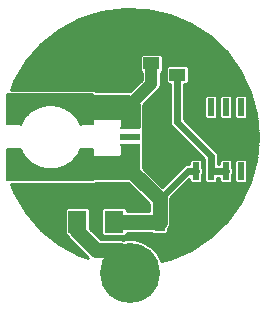
<source format=gtl>
G75*
%MOIN*%
%OFA0B0*%
%FSLAX25Y25*%
%IPPOS*%
%LPD*%
%AMOC8*
5,1,8,0,0,1.08239X$1,22.5*
%
%ADD10C,0.00500*%
%ADD11C,0.00160*%
%ADD12R,0.05000X0.05000*%
%ADD13R,0.06693X0.01969*%
%ADD14R,0.06693X0.00984*%
%ADD15R,0.05512X0.03937*%
%ADD16R,0.03543X0.06299*%
%ADD17R,0.02165X0.05906*%
%ADD18R,0.06299X0.07480*%
%ADD19C,0.15000*%
%ADD20C,0.20000*%
%ADD21C,0.01000*%
%ADD22C,0.04000*%
%ADD23C,0.05000*%
%ADD24C,0.02400*%
D10*
X0086981Y0044630D02*
X0086981Y0054866D01*
X0091509Y0054866D01*
X0091871Y0053609D01*
X0092426Y0052424D01*
X0093159Y0051340D01*
X0094053Y0050384D01*
X0095085Y0049580D01*
X0096230Y0048947D01*
X0097460Y0048501D01*
X0098745Y0048253D01*
X0100053Y0048209D01*
X0101351Y0048370D01*
X0102657Y0048162D01*
X0103980Y0048170D01*
X0105283Y0048396D01*
X0106532Y0048832D01*
X0107692Y0049467D01*
X0108732Y0050284D01*
X0109624Y0051261D01*
X0110344Y0052371D01*
X0110872Y0053583D01*
X0111194Y0054866D01*
X0115721Y0054866D01*
X0115721Y0044630D01*
X0086981Y0044630D01*
X0086981Y0044870D02*
X0115721Y0044870D01*
X0115721Y0045369D02*
X0086981Y0045369D01*
X0086981Y0045868D02*
X0115721Y0045868D01*
X0115721Y0046366D02*
X0086981Y0046366D01*
X0086981Y0046865D02*
X0115721Y0046865D01*
X0115721Y0047363D02*
X0086981Y0047363D01*
X0086981Y0047862D02*
X0115721Y0047862D01*
X0115721Y0048360D02*
X0105076Y0048360D01*
X0106580Y0048859D02*
X0115721Y0048859D01*
X0115721Y0049357D02*
X0107490Y0049357D01*
X0108186Y0049856D02*
X0115721Y0049856D01*
X0115721Y0050354D02*
X0108796Y0050354D01*
X0109251Y0050853D02*
X0115721Y0050853D01*
X0115721Y0051351D02*
X0109683Y0051351D01*
X0110006Y0051850D02*
X0115721Y0051850D01*
X0115721Y0052348D02*
X0110329Y0052348D01*
X0110551Y0052847D02*
X0115721Y0052847D01*
X0115721Y0053345D02*
X0110768Y0053345D01*
X0110937Y0053844D02*
X0115721Y0053844D01*
X0115721Y0054342D02*
X0111062Y0054342D01*
X0111188Y0054841D02*
X0115721Y0054841D01*
X0115721Y0063134D02*
X0111194Y0063134D01*
X0110832Y0064391D01*
X0110277Y0065576D01*
X0109544Y0066660D01*
X0108650Y0067616D01*
X0107618Y0068420D01*
X0106473Y0069053D01*
X0105243Y0069499D01*
X0103958Y0069747D01*
X0102650Y0069791D01*
X0101351Y0069630D01*
X0100045Y0069838D01*
X0098723Y0069830D01*
X0097419Y0069604D01*
X0096171Y0069168D01*
X0095011Y0068533D01*
X0093971Y0067716D01*
X0093078Y0066739D01*
X0092359Y0065629D01*
X0091831Y0064417D01*
X0091509Y0063134D01*
X0086981Y0063134D01*
X0086981Y0073370D01*
X0115721Y0073370D01*
X0115721Y0063134D01*
X0115721Y0063315D02*
X0111142Y0063315D01*
X0110998Y0063814D02*
X0115721Y0063814D01*
X0115721Y0064312D02*
X0110854Y0064312D01*
X0110635Y0064811D02*
X0115721Y0064811D01*
X0115721Y0065309D02*
X0110402Y0065309D01*
X0110120Y0065808D02*
X0115721Y0065808D01*
X0115721Y0066306D02*
X0109783Y0066306D01*
X0109409Y0066805D02*
X0115721Y0066805D01*
X0115721Y0067303D02*
X0108942Y0067303D01*
X0108412Y0067802D02*
X0115721Y0067802D01*
X0115721Y0068301D02*
X0107772Y0068301D01*
X0106933Y0068799D02*
X0115721Y0068799D01*
X0115721Y0069298D02*
X0105799Y0069298D01*
X0100310Y0069796D02*
X0115721Y0069796D01*
X0115721Y0070295D02*
X0086981Y0070295D01*
X0086981Y0070793D02*
X0115721Y0070793D01*
X0115721Y0071292D02*
X0086981Y0071292D01*
X0086981Y0071790D02*
X0115721Y0071790D01*
X0115721Y0072289D02*
X0086981Y0072289D01*
X0086981Y0072787D02*
X0115721Y0072787D01*
X0115721Y0073286D02*
X0086981Y0073286D01*
X0086981Y0069796D02*
X0098529Y0069796D01*
X0096542Y0069298D02*
X0086981Y0069298D01*
X0086981Y0068799D02*
X0095497Y0068799D01*
X0094715Y0068301D02*
X0086981Y0068301D01*
X0086981Y0067802D02*
X0094081Y0067802D01*
X0093594Y0067303D02*
X0086981Y0067303D01*
X0086981Y0066805D02*
X0093139Y0066805D01*
X0092798Y0066306D02*
X0086981Y0066306D01*
X0086981Y0065808D02*
X0092475Y0065808D01*
X0092219Y0065309D02*
X0086981Y0065309D01*
X0086981Y0064811D02*
X0092002Y0064811D01*
X0091805Y0064312D02*
X0086981Y0064312D01*
X0086981Y0063814D02*
X0091680Y0063814D01*
X0091554Y0063315D02*
X0086981Y0063315D01*
X0086981Y0054841D02*
X0091516Y0054841D01*
X0091660Y0054342D02*
X0086981Y0054342D01*
X0086981Y0053844D02*
X0091803Y0053844D01*
X0091995Y0053345D02*
X0086981Y0053345D01*
X0086981Y0052847D02*
X0092228Y0052847D01*
X0092477Y0052348D02*
X0086981Y0052348D01*
X0086981Y0051850D02*
X0092814Y0051850D01*
X0093151Y0051351D02*
X0086981Y0051351D01*
X0086981Y0050853D02*
X0093614Y0050853D01*
X0094091Y0050354D02*
X0086981Y0050354D01*
X0086981Y0049856D02*
X0094731Y0049856D01*
X0095488Y0049357D02*
X0086981Y0049357D01*
X0086981Y0048859D02*
X0096473Y0048859D01*
X0098190Y0048360D02*
X0086981Y0048360D01*
X0101271Y0048360D02*
X0101414Y0048360D01*
D11*
X0112455Y0063643D02*
X0111128Y0063085D01*
X0111023Y0063323D01*
X0110911Y0063558D01*
X0110795Y0063790D01*
X0110672Y0064019D01*
X0110544Y0064245D01*
X0110410Y0064468D01*
X0110271Y0064688D01*
X0110127Y0064904D01*
X0109977Y0065117D01*
X0109823Y0065326D01*
X0109663Y0065531D01*
X0109498Y0065732D01*
X0109329Y0065929D01*
X0109155Y0066122D01*
X0108976Y0066310D01*
X0108792Y0066494D01*
X0108604Y0066674D01*
X0108412Y0066849D01*
X0108215Y0067019D01*
X0108015Y0067184D01*
X0107810Y0067345D01*
X0107602Y0067500D01*
X0107390Y0067650D01*
X0107174Y0067796D01*
X0106955Y0067935D01*
X0106733Y0068070D01*
X0106507Y0068198D01*
X0106278Y0068322D01*
X0106046Y0068440D01*
X0105812Y0068552D01*
X0105575Y0068658D01*
X0105335Y0068758D01*
X0105093Y0068853D01*
X0104848Y0068942D01*
X0104602Y0069024D01*
X0104354Y0069101D01*
X0104103Y0069171D01*
X0103852Y0069236D01*
X0103598Y0069294D01*
X0103344Y0069346D01*
X0103088Y0069392D01*
X0102831Y0069432D01*
X0102573Y0069465D01*
X0102314Y0069492D01*
X0102055Y0069513D01*
X0101796Y0069527D01*
X0101536Y0069535D01*
X0101276Y0069537D01*
X0101016Y0069532D01*
X0100757Y0069521D01*
X0100497Y0069504D01*
X0100238Y0069480D01*
X0099980Y0069450D01*
X0099723Y0069414D01*
X0099466Y0069372D01*
X0099211Y0069323D01*
X0098957Y0069268D01*
X0098704Y0069207D01*
X0098453Y0069140D01*
X0098204Y0069066D01*
X0097956Y0068987D01*
X0097711Y0068901D01*
X0097468Y0068810D01*
X0097226Y0068713D01*
X0096988Y0068610D01*
X0096752Y0068501D01*
X0096519Y0068386D01*
X0096288Y0068266D01*
X0096061Y0068140D01*
X0095837Y0068008D01*
X0095616Y0067872D01*
X0095398Y0067729D01*
X0095184Y0067582D01*
X0094974Y0067429D01*
X0094767Y0067272D01*
X0094564Y0067109D01*
X0094366Y0066941D01*
X0094171Y0066769D01*
X0093981Y0066592D01*
X0093795Y0066410D01*
X0093613Y0066224D01*
X0093437Y0066033D01*
X0093264Y0065839D01*
X0093097Y0065640D01*
X0092935Y0065437D01*
X0092777Y0065230D01*
X0092625Y0065019D01*
X0092478Y0064805D01*
X0092336Y0064587D01*
X0092200Y0064366D01*
X0092068Y0064142D01*
X0091943Y0063914D01*
X0091823Y0063683D01*
X0091709Y0063450D01*
X0091600Y0063214D01*
X0091497Y0062975D01*
X0090164Y0063518D01*
X0090280Y0063790D01*
X0090403Y0064058D01*
X0090533Y0064323D01*
X0090669Y0064585D01*
X0090811Y0064844D01*
X0090960Y0065099D01*
X0091115Y0065351D01*
X0091276Y0065598D01*
X0091443Y0065842D01*
X0091616Y0066081D01*
X0091794Y0066316D01*
X0091979Y0066547D01*
X0092169Y0066773D01*
X0092364Y0066994D01*
X0092565Y0067211D01*
X0092771Y0067422D01*
X0092982Y0067629D01*
X0093198Y0067830D01*
X0093419Y0068026D01*
X0093644Y0068217D01*
X0093874Y0068402D01*
X0094109Y0068581D01*
X0094348Y0068754D01*
X0094591Y0068922D01*
X0094838Y0069084D01*
X0095089Y0069239D01*
X0095344Y0069389D01*
X0095602Y0069532D01*
X0095864Y0069669D01*
X0096129Y0069799D01*
X0096397Y0069923D01*
X0096668Y0070040D01*
X0096942Y0070151D01*
X0097218Y0070255D01*
X0097497Y0070352D01*
X0097778Y0070442D01*
X0098061Y0070525D01*
X0098346Y0070602D01*
X0098633Y0070671D01*
X0098922Y0070734D01*
X0099212Y0070789D01*
X0099503Y0070837D01*
X0099796Y0070879D01*
X0100089Y0070913D01*
X0100383Y0070939D01*
X0100678Y0070959D01*
X0100973Y0070972D01*
X0101268Y0070977D01*
X0101563Y0070975D01*
X0101858Y0070966D01*
X0102153Y0070949D01*
X0102448Y0070926D01*
X0102741Y0070895D01*
X0103034Y0070857D01*
X0103326Y0070812D01*
X0103617Y0070760D01*
X0103906Y0070701D01*
X0104194Y0070635D01*
X0104480Y0070561D01*
X0104764Y0070481D01*
X0105046Y0070394D01*
X0105326Y0070300D01*
X0105603Y0070199D01*
X0105878Y0070092D01*
X0106151Y0069978D01*
X0106420Y0069857D01*
X0106687Y0069729D01*
X0106950Y0069596D01*
X0107210Y0069455D01*
X0107466Y0069309D01*
X0107719Y0069156D01*
X0107968Y0068997D01*
X0108213Y0068832D01*
X0108453Y0068662D01*
X0108690Y0068485D01*
X0108922Y0068303D01*
X0109150Y0068115D01*
X0109373Y0067921D01*
X0109591Y0067722D01*
X0109805Y0067518D01*
X0110013Y0067309D01*
X0110216Y0067095D01*
X0110414Y0066875D01*
X0110606Y0066651D01*
X0110793Y0066423D01*
X0110975Y0066190D01*
X0111150Y0065952D01*
X0111320Y0065711D01*
X0111484Y0065465D01*
X0111641Y0065215D01*
X0111793Y0064962D01*
X0111938Y0064705D01*
X0112077Y0064444D01*
X0112210Y0064181D01*
X0112336Y0063914D01*
X0112456Y0063644D01*
X0112316Y0063585D01*
X0112198Y0063852D01*
X0112074Y0064115D01*
X0111943Y0064376D01*
X0111805Y0064633D01*
X0111662Y0064887D01*
X0111512Y0065137D01*
X0111357Y0065384D01*
X0111195Y0065626D01*
X0111027Y0065865D01*
X0110854Y0066099D01*
X0110675Y0066329D01*
X0110490Y0066555D01*
X0110300Y0066776D01*
X0110105Y0066993D01*
X0109904Y0067204D01*
X0109699Y0067411D01*
X0109488Y0067612D01*
X0109272Y0067809D01*
X0109052Y0068000D01*
X0108827Y0068185D01*
X0108598Y0068365D01*
X0108364Y0068540D01*
X0108126Y0068708D01*
X0107884Y0068871D01*
X0107639Y0069028D01*
X0107389Y0069179D01*
X0107136Y0069324D01*
X0106879Y0069462D01*
X0106619Y0069594D01*
X0106356Y0069720D01*
X0106090Y0069839D01*
X0105821Y0069952D01*
X0105550Y0070058D01*
X0105276Y0070158D01*
X0104999Y0070250D01*
X0104721Y0070336D01*
X0104440Y0070416D01*
X0104158Y0070488D01*
X0103874Y0070553D01*
X0103588Y0070612D01*
X0103301Y0070663D01*
X0103013Y0070708D01*
X0102724Y0070745D01*
X0102434Y0070775D01*
X0102143Y0070799D01*
X0101852Y0070815D01*
X0101560Y0070824D01*
X0101269Y0070826D01*
X0100977Y0070821D01*
X0100686Y0070808D01*
X0100395Y0070789D01*
X0100105Y0070762D01*
X0099815Y0070729D01*
X0099526Y0070688D01*
X0099239Y0070640D01*
X0098952Y0070586D01*
X0098667Y0070524D01*
X0098384Y0070456D01*
X0098102Y0070380D01*
X0097823Y0070298D01*
X0097545Y0070209D01*
X0097270Y0070113D01*
X0096997Y0070010D01*
X0096726Y0069901D01*
X0096459Y0069785D01*
X0096194Y0069663D01*
X0095933Y0069534D01*
X0095674Y0069399D01*
X0095419Y0069258D01*
X0095168Y0069110D01*
X0094920Y0068957D01*
X0094676Y0068797D01*
X0094436Y0068632D01*
X0094200Y0068460D01*
X0093968Y0068283D01*
X0093741Y0068101D01*
X0093518Y0067912D01*
X0093300Y0067719D01*
X0093087Y0067520D01*
X0092878Y0067316D01*
X0092675Y0067107D01*
X0092477Y0066894D01*
X0092284Y0066675D01*
X0092096Y0066452D01*
X0091914Y0066224D01*
X0091738Y0065992D01*
X0091567Y0065755D01*
X0091402Y0065515D01*
X0091243Y0065271D01*
X0091090Y0065022D01*
X0090943Y0064770D01*
X0090803Y0064515D01*
X0090668Y0064256D01*
X0090540Y0063994D01*
X0090419Y0063729D01*
X0090303Y0063461D01*
X0090443Y0063404D01*
X0090557Y0063669D01*
X0090677Y0063931D01*
X0090803Y0064189D01*
X0090936Y0064445D01*
X0091075Y0064697D01*
X0091220Y0064945D01*
X0091371Y0065190D01*
X0091528Y0065432D01*
X0091691Y0065669D01*
X0091859Y0065903D01*
X0092034Y0066132D01*
X0092213Y0066357D01*
X0092399Y0066577D01*
X0092589Y0066793D01*
X0092785Y0067004D01*
X0092986Y0067210D01*
X0093191Y0067411D01*
X0093402Y0067608D01*
X0093617Y0067799D01*
X0093837Y0067984D01*
X0094062Y0068165D01*
X0094290Y0068339D01*
X0094523Y0068509D01*
X0094760Y0068672D01*
X0095001Y0068830D01*
X0095246Y0068981D01*
X0095494Y0069127D01*
X0095746Y0069266D01*
X0096001Y0069400D01*
X0096259Y0069527D01*
X0096521Y0069647D01*
X0096785Y0069762D01*
X0097052Y0069869D01*
X0097321Y0069971D01*
X0097593Y0070065D01*
X0097867Y0070153D01*
X0098143Y0070235D01*
X0098422Y0070309D01*
X0098701Y0070377D01*
X0098983Y0070438D01*
X0099265Y0070492D01*
X0099549Y0070539D01*
X0099834Y0070579D01*
X0100120Y0070612D01*
X0100407Y0070638D01*
X0100694Y0070658D01*
X0100982Y0070670D01*
X0101270Y0070675D01*
X0101558Y0070673D01*
X0101845Y0070664D01*
X0102133Y0070648D01*
X0102420Y0070625D01*
X0102706Y0070595D01*
X0102991Y0070558D01*
X0103276Y0070514D01*
X0103559Y0070464D01*
X0103841Y0070406D01*
X0104122Y0070341D01*
X0104401Y0070270D01*
X0104678Y0070192D01*
X0104953Y0070107D01*
X0105226Y0070015D01*
X0105496Y0069917D01*
X0105764Y0069812D01*
X0106030Y0069701D01*
X0106293Y0069583D01*
X0106552Y0069459D01*
X0106809Y0069328D01*
X0107062Y0069192D01*
X0107312Y0069049D01*
X0107559Y0068900D01*
X0107801Y0068745D01*
X0108040Y0068585D01*
X0108275Y0068418D01*
X0108506Y0068246D01*
X0108732Y0068068D01*
X0108954Y0067885D01*
X0109172Y0067696D01*
X0109384Y0067502D01*
X0109592Y0067303D01*
X0109795Y0067099D01*
X0109994Y0066891D01*
X0110186Y0066677D01*
X0110374Y0066459D01*
X0110556Y0066236D01*
X0110733Y0066009D01*
X0110904Y0065777D01*
X0111070Y0065542D01*
X0111229Y0065302D01*
X0111383Y0065059D01*
X0111531Y0064812D01*
X0111673Y0064561D01*
X0111808Y0064307D01*
X0111938Y0064050D01*
X0112061Y0063790D01*
X0112177Y0063527D01*
X0112038Y0063468D01*
X0111923Y0063728D01*
X0111801Y0063985D01*
X0111674Y0064239D01*
X0111540Y0064489D01*
X0111400Y0064737D01*
X0111254Y0064980D01*
X0111102Y0065221D01*
X0110945Y0065457D01*
X0110781Y0065690D01*
X0110612Y0065918D01*
X0110438Y0066142D01*
X0110258Y0066362D01*
X0110073Y0066578D01*
X0109882Y0066789D01*
X0109687Y0066995D01*
X0109486Y0067196D01*
X0109281Y0067392D01*
X0109071Y0067584D01*
X0108856Y0067770D01*
X0108637Y0067951D01*
X0108413Y0068126D01*
X0108186Y0068296D01*
X0107954Y0068461D01*
X0107718Y0068619D01*
X0107478Y0068772D01*
X0107235Y0068919D01*
X0106989Y0069060D01*
X0106738Y0069195D01*
X0106485Y0069324D01*
X0106229Y0069446D01*
X0105969Y0069562D01*
X0105707Y0069672D01*
X0105443Y0069776D01*
X0105176Y0069873D01*
X0104906Y0069963D01*
X0104635Y0070047D01*
X0104361Y0070124D01*
X0104086Y0070195D01*
X0103809Y0070258D01*
X0103531Y0070315D01*
X0103251Y0070365D01*
X0102970Y0070409D01*
X0102688Y0070445D01*
X0102406Y0070475D01*
X0102122Y0070497D01*
X0101839Y0070513D01*
X0101555Y0070522D01*
X0101271Y0070524D01*
X0100986Y0070519D01*
X0100703Y0070507D01*
X0100419Y0070488D01*
X0100136Y0070462D01*
X0099854Y0070429D01*
X0099572Y0070390D01*
X0099292Y0070343D01*
X0099013Y0070290D01*
X0098735Y0070230D01*
X0098459Y0070163D01*
X0098185Y0070089D01*
X0097912Y0070009D01*
X0097641Y0069922D01*
X0097373Y0069829D01*
X0097107Y0069729D01*
X0096844Y0069622D01*
X0096583Y0069510D01*
X0096325Y0069391D01*
X0096070Y0069265D01*
X0095818Y0069134D01*
X0095569Y0068996D01*
X0095324Y0068852D01*
X0095083Y0068702D01*
X0094845Y0068547D01*
X0094611Y0068386D01*
X0094381Y0068219D01*
X0094155Y0068046D01*
X0093934Y0067868D01*
X0093717Y0067685D01*
X0093504Y0067496D01*
X0093296Y0067303D01*
X0093093Y0067104D01*
X0092895Y0066900D01*
X0092701Y0066692D01*
X0092513Y0066479D01*
X0092331Y0066261D01*
X0092153Y0066040D01*
X0091981Y0065813D01*
X0091815Y0065583D01*
X0091654Y0065349D01*
X0091499Y0065110D01*
X0091350Y0064869D01*
X0091207Y0064623D01*
X0091070Y0064374D01*
X0090939Y0064122D01*
X0090814Y0063867D01*
X0090695Y0063609D01*
X0090583Y0063347D01*
X0090723Y0063290D01*
X0090834Y0063548D01*
X0090951Y0063803D01*
X0091074Y0064055D01*
X0091203Y0064304D01*
X0091339Y0064549D01*
X0091480Y0064792D01*
X0091627Y0065030D01*
X0091780Y0065265D01*
X0091939Y0065497D01*
X0092103Y0065724D01*
X0092273Y0065947D01*
X0092448Y0066166D01*
X0092628Y0066381D01*
X0092814Y0066591D01*
X0093005Y0066797D01*
X0093200Y0066998D01*
X0093401Y0067194D01*
X0093606Y0067385D01*
X0093816Y0067571D01*
X0094030Y0067752D01*
X0094249Y0067928D01*
X0094472Y0068098D01*
X0094699Y0068263D01*
X0094930Y0068422D01*
X0095164Y0068575D01*
X0095403Y0068723D01*
X0095645Y0068865D01*
X0095890Y0069001D01*
X0096139Y0069131D01*
X0096390Y0069254D01*
X0096645Y0069372D01*
X0096902Y0069483D01*
X0097162Y0069588D01*
X0097425Y0069687D01*
X0097690Y0069779D01*
X0097957Y0069865D01*
X0098226Y0069944D01*
X0098497Y0070017D01*
X0098769Y0070083D01*
X0099043Y0070142D01*
X0099319Y0070195D01*
X0099595Y0070240D01*
X0099873Y0070280D01*
X0100152Y0070312D01*
X0100431Y0070337D01*
X0100711Y0070356D01*
X0100991Y0070368D01*
X0101271Y0070373D01*
X0101552Y0070371D01*
X0101832Y0070362D01*
X0102112Y0070347D01*
X0102392Y0070324D01*
X0102671Y0070295D01*
X0102949Y0070259D01*
X0103226Y0070217D01*
X0103502Y0070167D01*
X0103777Y0070111D01*
X0104050Y0070048D01*
X0104322Y0069978D01*
X0104592Y0069902D01*
X0104860Y0069819D01*
X0105126Y0069730D01*
X0105389Y0069635D01*
X0105650Y0069532D01*
X0105909Y0069424D01*
X0106165Y0069309D01*
X0106418Y0069188D01*
X0106668Y0069061D01*
X0106915Y0068928D01*
X0107158Y0068789D01*
X0107398Y0068644D01*
X0107635Y0068493D01*
X0107868Y0068337D01*
X0108096Y0068174D01*
X0108321Y0068007D01*
X0108542Y0067834D01*
X0108758Y0067655D01*
X0108970Y0067471D01*
X0109177Y0067283D01*
X0109380Y0067089D01*
X0109578Y0066890D01*
X0109771Y0066687D01*
X0109959Y0066478D01*
X0110142Y0066266D01*
X0110319Y0066049D01*
X0110492Y0065827D01*
X0110658Y0065602D01*
X0110820Y0065372D01*
X0110975Y0065139D01*
X0111125Y0064902D01*
X0111269Y0064661D01*
X0111407Y0064417D01*
X0111539Y0064170D01*
X0111665Y0063919D01*
X0111785Y0063666D01*
X0111899Y0063409D01*
X0111760Y0063351D01*
X0111647Y0063604D01*
X0111529Y0063854D01*
X0111405Y0064101D01*
X0111274Y0064345D01*
X0111138Y0064586D01*
X0110996Y0064824D01*
X0110848Y0065058D01*
X0110694Y0065288D01*
X0110535Y0065514D01*
X0110371Y0065737D01*
X0110201Y0065955D01*
X0110025Y0066169D01*
X0109845Y0066379D01*
X0109660Y0066585D01*
X0109469Y0066785D01*
X0109274Y0066981D01*
X0109074Y0067173D01*
X0108869Y0067359D01*
X0108660Y0067540D01*
X0108447Y0067716D01*
X0108229Y0067887D01*
X0108007Y0068053D01*
X0107781Y0068213D01*
X0107552Y0068367D01*
X0107318Y0068516D01*
X0107081Y0068659D01*
X0106841Y0068796D01*
X0106598Y0068928D01*
X0106351Y0069053D01*
X0106101Y0069172D01*
X0105849Y0069286D01*
X0105593Y0069393D01*
X0105336Y0069493D01*
X0105076Y0069588D01*
X0104813Y0069676D01*
X0104549Y0069757D01*
X0104282Y0069833D01*
X0104014Y0069901D01*
X0103745Y0069963D01*
X0103473Y0070019D01*
X0103201Y0070068D01*
X0102928Y0070110D01*
X0102653Y0070145D01*
X0102378Y0070174D01*
X0102102Y0070196D01*
X0101826Y0070211D01*
X0101549Y0070220D01*
X0101272Y0070222D01*
X0100996Y0070217D01*
X0100719Y0070205D01*
X0100443Y0070187D01*
X0100167Y0070162D01*
X0099892Y0070130D01*
X0099618Y0070091D01*
X0099345Y0070046D01*
X0099074Y0069994D01*
X0098803Y0069936D01*
X0098534Y0069870D01*
X0098267Y0069799D01*
X0098001Y0069721D01*
X0097738Y0069636D01*
X0097476Y0069545D01*
X0097217Y0069448D01*
X0096961Y0069344D01*
X0096707Y0069234D01*
X0096456Y0069118D01*
X0096207Y0068996D01*
X0095962Y0068868D01*
X0095720Y0068734D01*
X0095481Y0068594D01*
X0095246Y0068448D01*
X0095014Y0068297D01*
X0094786Y0068140D01*
X0094562Y0067977D01*
X0094342Y0067809D01*
X0094127Y0067636D01*
X0093915Y0067457D01*
X0093708Y0067274D01*
X0093506Y0067085D01*
X0093308Y0066892D01*
X0093115Y0066693D01*
X0092926Y0066491D01*
X0092743Y0066283D01*
X0092565Y0066071D01*
X0092392Y0065855D01*
X0092225Y0065635D01*
X0092063Y0065410D01*
X0091906Y0065182D01*
X0091755Y0064950D01*
X0091610Y0064715D01*
X0091470Y0064476D01*
X0091337Y0064233D01*
X0091209Y0063988D01*
X0091088Y0063739D01*
X0090972Y0063488D01*
X0090863Y0063234D01*
X0091003Y0063177D01*
X0091111Y0063427D01*
X0091225Y0063675D01*
X0091345Y0063921D01*
X0091470Y0064163D01*
X0091602Y0064402D01*
X0091740Y0064638D01*
X0091883Y0064870D01*
X0092032Y0065099D01*
X0092187Y0065324D01*
X0092347Y0065546D01*
X0092512Y0065763D01*
X0092682Y0065976D01*
X0092858Y0066185D01*
X0093039Y0066390D01*
X0093225Y0066590D01*
X0093415Y0066786D01*
X0093610Y0066976D01*
X0093810Y0067162D01*
X0094014Y0067344D01*
X0094223Y0067520D01*
X0094436Y0067691D01*
X0094653Y0067856D01*
X0094874Y0068017D01*
X0095099Y0068172D01*
X0095327Y0068321D01*
X0095559Y0068465D01*
X0095795Y0068603D01*
X0096034Y0068735D01*
X0096276Y0068862D01*
X0096521Y0068982D01*
X0096769Y0069097D01*
X0097019Y0069205D01*
X0097273Y0069307D01*
X0097528Y0069403D01*
X0097786Y0069493D01*
X0098046Y0069576D01*
X0098308Y0069654D01*
X0098572Y0069724D01*
X0098837Y0069788D01*
X0099104Y0069846D01*
X0099372Y0069897D01*
X0099641Y0069942D01*
X0099912Y0069980D01*
X0100183Y0070011D01*
X0100455Y0070036D01*
X0100727Y0070054D01*
X0101000Y0070066D01*
X0101273Y0070071D01*
X0101546Y0070069D01*
X0101819Y0070061D01*
X0102092Y0070045D01*
X0102364Y0070024D01*
X0102635Y0069995D01*
X0102906Y0069960D01*
X0103176Y0069919D01*
X0103445Y0069871D01*
X0103712Y0069816D01*
X0103978Y0069755D01*
X0104243Y0069687D01*
X0104506Y0069613D01*
X0104767Y0069532D01*
X0105025Y0069445D01*
X0105282Y0069352D01*
X0105536Y0069253D01*
X0105788Y0069147D01*
X0106037Y0069036D01*
X0106284Y0068918D01*
X0106527Y0068794D01*
X0106767Y0068665D01*
X0107005Y0068529D01*
X0107238Y0068388D01*
X0107468Y0068241D01*
X0107695Y0068089D01*
X0107918Y0067931D01*
X0108137Y0067768D01*
X0108351Y0067599D01*
X0108562Y0067425D01*
X0108768Y0067247D01*
X0108970Y0067063D01*
X0109168Y0066874D01*
X0109360Y0066681D01*
X0109548Y0066482D01*
X0109731Y0066280D01*
X0109909Y0066073D01*
X0110082Y0065862D01*
X0110250Y0065646D01*
X0110412Y0065427D01*
X0110569Y0065203D01*
X0110721Y0064976D01*
X0110867Y0064745D01*
X0111007Y0064511D01*
X0111142Y0064273D01*
X0111270Y0064033D01*
X0111393Y0063789D01*
X0111510Y0063542D01*
X0111620Y0063292D01*
X0111481Y0063234D01*
X0111372Y0063480D01*
X0111257Y0063723D01*
X0111136Y0063964D01*
X0111009Y0064202D01*
X0110876Y0064436D01*
X0110738Y0064667D01*
X0110594Y0064895D01*
X0110444Y0065119D01*
X0110289Y0065339D01*
X0110129Y0065556D01*
X0109964Y0065768D01*
X0109793Y0065976D01*
X0109617Y0066181D01*
X0109437Y0066380D01*
X0109252Y0066576D01*
X0109061Y0066767D01*
X0108867Y0066953D01*
X0108668Y0067134D01*
X0108464Y0067310D01*
X0108256Y0067482D01*
X0108044Y0067648D01*
X0107828Y0067809D01*
X0107609Y0067965D01*
X0107385Y0068115D01*
X0107158Y0068260D01*
X0106928Y0068399D01*
X0106694Y0068533D01*
X0106457Y0068661D01*
X0106217Y0068783D01*
X0105974Y0068899D01*
X0105728Y0069009D01*
X0105479Y0069113D01*
X0105229Y0069211D01*
X0104975Y0069303D01*
X0104720Y0069389D01*
X0104463Y0069468D01*
X0104203Y0069541D01*
X0103943Y0069608D01*
X0103680Y0069668D01*
X0103416Y0069722D01*
X0103151Y0069770D01*
X0102885Y0069811D01*
X0102618Y0069845D01*
X0102350Y0069873D01*
X0102081Y0069895D01*
X0101813Y0069910D01*
X0101543Y0069918D01*
X0101274Y0069920D01*
X0101005Y0069915D01*
X0100736Y0069904D01*
X0100467Y0069886D01*
X0100199Y0069861D01*
X0099931Y0069830D01*
X0099664Y0069793D01*
X0099399Y0069749D01*
X0099134Y0069698D01*
X0098871Y0069641D01*
X0098609Y0069578D01*
X0098349Y0069508D01*
X0098091Y0069432D01*
X0097834Y0069350D01*
X0097580Y0069261D01*
X0097328Y0069167D01*
X0097078Y0069066D01*
X0096831Y0068959D01*
X0096586Y0068846D01*
X0096344Y0068727D01*
X0096106Y0068602D01*
X0095870Y0068472D01*
X0095638Y0068336D01*
X0095409Y0068194D01*
X0095183Y0068047D01*
X0094962Y0067894D01*
X0094744Y0067736D01*
X0094530Y0067572D01*
X0094320Y0067404D01*
X0094114Y0067230D01*
X0093912Y0067051D01*
X0093715Y0066868D01*
X0093522Y0066679D01*
X0093335Y0066486D01*
X0093151Y0066289D01*
X0092973Y0066087D01*
X0092800Y0065881D01*
X0092631Y0065671D01*
X0092468Y0065456D01*
X0092311Y0065238D01*
X0092158Y0065016D01*
X0092011Y0064790D01*
X0091870Y0064561D01*
X0091734Y0064328D01*
X0091604Y0064093D01*
X0091480Y0063854D01*
X0091361Y0063612D01*
X0091249Y0063367D01*
X0091142Y0063120D01*
X0091282Y0063063D01*
X0091387Y0063307D01*
X0091498Y0063548D01*
X0091615Y0063786D01*
X0091738Y0064022D01*
X0091866Y0064255D01*
X0092000Y0064484D01*
X0092139Y0064710D01*
X0092284Y0064933D01*
X0092435Y0065152D01*
X0092590Y0065367D01*
X0092751Y0065578D01*
X0092917Y0065786D01*
X0093088Y0065989D01*
X0093264Y0066188D01*
X0093444Y0066383D01*
X0093630Y0066573D01*
X0093820Y0066759D01*
X0094014Y0066940D01*
X0094213Y0067116D01*
X0094416Y0067287D01*
X0094623Y0067454D01*
X0094834Y0067615D01*
X0095049Y0067771D01*
X0095268Y0067922D01*
X0095490Y0068067D01*
X0095716Y0068207D01*
X0095945Y0068341D01*
X0096178Y0068470D01*
X0096413Y0068593D01*
X0096652Y0068710D01*
X0096893Y0068821D01*
X0097136Y0068927D01*
X0097383Y0069026D01*
X0097631Y0069119D01*
X0097882Y0069207D01*
X0098135Y0069288D01*
X0098390Y0069363D01*
X0098647Y0069432D01*
X0098905Y0069494D01*
X0099164Y0069550D01*
X0099425Y0069600D01*
X0099687Y0069643D01*
X0099950Y0069680D01*
X0100214Y0069711D01*
X0100479Y0069735D01*
X0100744Y0069753D01*
X0101009Y0069764D01*
X0101275Y0069769D01*
X0101540Y0069767D01*
X0101806Y0069759D01*
X0102071Y0069744D01*
X0102336Y0069723D01*
X0102600Y0069695D01*
X0102864Y0069661D01*
X0103126Y0069621D01*
X0103388Y0069574D01*
X0103648Y0069521D01*
X0103907Y0069461D01*
X0104164Y0069395D01*
X0104420Y0069323D01*
X0104673Y0069245D01*
X0104925Y0069160D01*
X0105175Y0069070D01*
X0105422Y0068973D01*
X0105667Y0068870D01*
X0105910Y0068762D01*
X0106149Y0068647D01*
X0106386Y0068527D01*
X0106620Y0068401D01*
X0106851Y0068269D01*
X0107078Y0068132D01*
X0107302Y0067989D01*
X0107522Y0067841D01*
X0107739Y0067687D01*
X0107952Y0067529D01*
X0108161Y0067365D01*
X0108366Y0067196D01*
X0108567Y0067022D01*
X0108763Y0066843D01*
X0108955Y0066659D01*
X0109143Y0066471D01*
X0109326Y0066278D01*
X0109504Y0066081D01*
X0109677Y0065880D01*
X0109845Y0065674D01*
X0110008Y0065465D01*
X0110166Y0065251D01*
X0110319Y0065034D01*
X0110467Y0064813D01*
X0110609Y0064589D01*
X0110745Y0064361D01*
X0110876Y0064130D01*
X0111001Y0063895D01*
X0111121Y0063658D01*
X0111234Y0063418D01*
X0111342Y0063175D01*
X0111203Y0063117D01*
X0111097Y0063356D01*
X0110985Y0063593D01*
X0110867Y0063827D01*
X0110743Y0064058D01*
X0110614Y0064286D01*
X0110480Y0064510D01*
X0110339Y0064732D01*
X0110194Y0064950D01*
X0110043Y0065164D01*
X0109888Y0065374D01*
X0109727Y0065581D01*
X0109561Y0065784D01*
X0109390Y0065982D01*
X0109214Y0066176D01*
X0109034Y0066366D01*
X0108849Y0066552D01*
X0108660Y0066733D01*
X0108466Y0066909D01*
X0108268Y0067081D01*
X0108066Y0067247D01*
X0107860Y0067409D01*
X0107650Y0067566D01*
X0107436Y0067717D01*
X0107219Y0067863D01*
X0106998Y0068004D01*
X0106774Y0068139D01*
X0106546Y0068269D01*
X0106316Y0068393D01*
X0106082Y0068512D01*
X0105846Y0068625D01*
X0105607Y0068732D01*
X0105365Y0068833D01*
X0105121Y0068929D01*
X0104875Y0069018D01*
X0104627Y0069101D01*
X0104377Y0069179D01*
X0104125Y0069250D01*
X0103871Y0069315D01*
X0103616Y0069373D01*
X0103359Y0069426D01*
X0103101Y0069472D01*
X0102842Y0069512D01*
X0102582Y0069545D01*
X0102322Y0069573D01*
X0102061Y0069594D01*
X0101799Y0069608D01*
X0101538Y0069616D01*
X0101276Y0069618D01*
X0101014Y0069613D01*
X0100752Y0069602D01*
X0100491Y0069585D01*
X0100230Y0069561D01*
X0099970Y0069531D01*
X0099710Y0069494D01*
X0099452Y0069451D01*
X0099195Y0069402D01*
X0098939Y0069347D01*
X0098684Y0069285D01*
X0098431Y0069218D01*
X0098180Y0069144D01*
X0097930Y0069064D01*
X0097683Y0068978D01*
X0097438Y0068885D01*
X0097195Y0068787D01*
X0096955Y0068683D01*
X0096717Y0068574D01*
X0096482Y0068458D01*
X0096250Y0068337D01*
X0096020Y0068210D01*
X0095795Y0068078D01*
X0095572Y0067940D01*
X0095353Y0067796D01*
X0095137Y0067648D01*
X0094925Y0067494D01*
X0094717Y0067335D01*
X0094512Y0067171D01*
X0094312Y0067002D01*
X0094116Y0066829D01*
X0093925Y0066650D01*
X0093737Y0066467D01*
X0093554Y0066279D01*
X0093376Y0066087D01*
X0093203Y0065891D01*
X0093034Y0065691D01*
X0092871Y0065486D01*
X0092712Y0065278D01*
X0092559Y0065066D01*
X0092410Y0064850D01*
X0092267Y0064630D01*
X0092130Y0064407D01*
X0091998Y0064181D01*
X0091871Y0063952D01*
X0091750Y0063719D01*
X0091635Y0063484D01*
X0091526Y0063246D01*
X0091422Y0063006D01*
X0090247Y0054357D02*
X0091574Y0054915D01*
X0091679Y0054677D01*
X0091791Y0054442D01*
X0091907Y0054210D01*
X0092030Y0053981D01*
X0092158Y0053755D01*
X0092292Y0053532D01*
X0092431Y0053312D01*
X0092575Y0053096D01*
X0092725Y0052883D01*
X0092879Y0052674D01*
X0093039Y0052469D01*
X0093204Y0052268D01*
X0093373Y0052071D01*
X0093547Y0051878D01*
X0093726Y0051690D01*
X0093910Y0051506D01*
X0094098Y0051326D01*
X0094290Y0051151D01*
X0094487Y0050981D01*
X0094687Y0050816D01*
X0094892Y0050655D01*
X0095100Y0050500D01*
X0095312Y0050350D01*
X0095528Y0050204D01*
X0095747Y0050065D01*
X0095969Y0049930D01*
X0096195Y0049802D01*
X0096424Y0049678D01*
X0096656Y0049560D01*
X0096890Y0049448D01*
X0097127Y0049342D01*
X0097367Y0049242D01*
X0097609Y0049147D01*
X0097854Y0049058D01*
X0098100Y0048976D01*
X0098348Y0048899D01*
X0098599Y0048829D01*
X0098850Y0048764D01*
X0099104Y0048706D01*
X0099358Y0048654D01*
X0099614Y0048608D01*
X0099871Y0048568D01*
X0100129Y0048535D01*
X0100388Y0048508D01*
X0100647Y0048487D01*
X0100906Y0048473D01*
X0101166Y0048465D01*
X0101426Y0048463D01*
X0101686Y0048468D01*
X0101945Y0048479D01*
X0102205Y0048496D01*
X0102464Y0048520D01*
X0102722Y0048550D01*
X0102979Y0048586D01*
X0103236Y0048628D01*
X0103491Y0048677D01*
X0103745Y0048732D01*
X0103998Y0048793D01*
X0104249Y0048860D01*
X0104498Y0048934D01*
X0104746Y0049013D01*
X0104991Y0049099D01*
X0105234Y0049190D01*
X0105476Y0049287D01*
X0105714Y0049390D01*
X0105950Y0049499D01*
X0106183Y0049614D01*
X0106414Y0049734D01*
X0106641Y0049860D01*
X0106865Y0049992D01*
X0107086Y0050128D01*
X0107304Y0050271D01*
X0107518Y0050418D01*
X0107728Y0050571D01*
X0107935Y0050728D01*
X0108138Y0050891D01*
X0108336Y0051059D01*
X0108531Y0051231D01*
X0108721Y0051408D01*
X0108907Y0051590D01*
X0109089Y0051776D01*
X0109265Y0051967D01*
X0109438Y0052161D01*
X0109605Y0052360D01*
X0109767Y0052563D01*
X0109925Y0052770D01*
X0110077Y0052981D01*
X0110224Y0053195D01*
X0110366Y0053413D01*
X0110502Y0053634D01*
X0110634Y0053858D01*
X0110759Y0054086D01*
X0110879Y0054317D01*
X0110993Y0054550D01*
X0111102Y0054786D01*
X0111205Y0055025D01*
X0112538Y0054482D01*
X0112422Y0054210D01*
X0112299Y0053942D01*
X0112169Y0053677D01*
X0112033Y0053415D01*
X0111891Y0053156D01*
X0111742Y0052901D01*
X0111587Y0052649D01*
X0111426Y0052402D01*
X0111259Y0052158D01*
X0111086Y0051919D01*
X0110908Y0051684D01*
X0110723Y0051453D01*
X0110533Y0051227D01*
X0110338Y0051006D01*
X0110137Y0050789D01*
X0109931Y0050578D01*
X0109720Y0050371D01*
X0109504Y0050170D01*
X0109283Y0049974D01*
X0109058Y0049783D01*
X0108828Y0049598D01*
X0108593Y0049419D01*
X0108354Y0049246D01*
X0108111Y0049078D01*
X0107864Y0048916D01*
X0107613Y0048761D01*
X0107358Y0048611D01*
X0107100Y0048468D01*
X0106838Y0048331D01*
X0106573Y0048201D01*
X0106305Y0048077D01*
X0106034Y0047960D01*
X0105760Y0047849D01*
X0105484Y0047745D01*
X0105205Y0047648D01*
X0104924Y0047558D01*
X0104641Y0047475D01*
X0104356Y0047398D01*
X0104069Y0047329D01*
X0103780Y0047266D01*
X0103490Y0047211D01*
X0103199Y0047163D01*
X0102906Y0047121D01*
X0102613Y0047087D01*
X0102319Y0047061D01*
X0102024Y0047041D01*
X0101729Y0047028D01*
X0101434Y0047023D01*
X0101139Y0047025D01*
X0100844Y0047034D01*
X0100549Y0047051D01*
X0100254Y0047074D01*
X0099961Y0047105D01*
X0099668Y0047143D01*
X0099376Y0047188D01*
X0099085Y0047240D01*
X0098796Y0047299D01*
X0098508Y0047365D01*
X0098222Y0047439D01*
X0097938Y0047519D01*
X0097656Y0047606D01*
X0097376Y0047700D01*
X0097099Y0047801D01*
X0096824Y0047908D01*
X0096551Y0048022D01*
X0096282Y0048143D01*
X0096015Y0048271D01*
X0095752Y0048404D01*
X0095492Y0048545D01*
X0095236Y0048691D01*
X0094983Y0048844D01*
X0094734Y0049003D01*
X0094489Y0049168D01*
X0094249Y0049338D01*
X0094012Y0049515D01*
X0093780Y0049697D01*
X0093552Y0049885D01*
X0093329Y0050079D01*
X0093111Y0050278D01*
X0092897Y0050482D01*
X0092689Y0050691D01*
X0092486Y0050905D01*
X0092288Y0051125D01*
X0092096Y0051349D01*
X0091909Y0051577D01*
X0091727Y0051810D01*
X0091552Y0052048D01*
X0091382Y0052289D01*
X0091218Y0052535D01*
X0091061Y0052785D01*
X0090909Y0053038D01*
X0090764Y0053295D01*
X0090625Y0053556D01*
X0090492Y0053819D01*
X0090366Y0054086D01*
X0090246Y0054356D01*
X0090386Y0054415D01*
X0090504Y0054148D01*
X0090628Y0053885D01*
X0090759Y0053624D01*
X0090897Y0053367D01*
X0091040Y0053113D01*
X0091190Y0052863D01*
X0091345Y0052616D01*
X0091507Y0052374D01*
X0091675Y0052135D01*
X0091848Y0051901D01*
X0092027Y0051671D01*
X0092212Y0051445D01*
X0092402Y0051224D01*
X0092597Y0051007D01*
X0092798Y0050796D01*
X0093003Y0050589D01*
X0093214Y0050388D01*
X0093430Y0050191D01*
X0093650Y0050000D01*
X0093875Y0049815D01*
X0094104Y0049635D01*
X0094338Y0049460D01*
X0094576Y0049292D01*
X0094818Y0049129D01*
X0095063Y0048972D01*
X0095313Y0048821D01*
X0095566Y0048676D01*
X0095823Y0048538D01*
X0096083Y0048406D01*
X0096346Y0048280D01*
X0096612Y0048161D01*
X0096881Y0048048D01*
X0097152Y0047942D01*
X0097426Y0047842D01*
X0097703Y0047750D01*
X0097981Y0047664D01*
X0098262Y0047584D01*
X0098544Y0047512D01*
X0098828Y0047447D01*
X0099114Y0047388D01*
X0099401Y0047337D01*
X0099689Y0047292D01*
X0099978Y0047255D01*
X0100268Y0047225D01*
X0100559Y0047201D01*
X0100850Y0047185D01*
X0101142Y0047176D01*
X0101433Y0047174D01*
X0101725Y0047179D01*
X0102016Y0047192D01*
X0102307Y0047211D01*
X0102597Y0047238D01*
X0102887Y0047271D01*
X0103176Y0047312D01*
X0103463Y0047360D01*
X0103750Y0047414D01*
X0104035Y0047476D01*
X0104318Y0047544D01*
X0104600Y0047620D01*
X0104879Y0047702D01*
X0105157Y0047791D01*
X0105432Y0047887D01*
X0105705Y0047990D01*
X0105976Y0048099D01*
X0106243Y0048215D01*
X0106508Y0048337D01*
X0106769Y0048466D01*
X0107028Y0048601D01*
X0107283Y0048742D01*
X0107534Y0048890D01*
X0107782Y0049043D01*
X0108026Y0049203D01*
X0108266Y0049368D01*
X0108502Y0049540D01*
X0108734Y0049717D01*
X0108961Y0049899D01*
X0109184Y0050088D01*
X0109402Y0050281D01*
X0109615Y0050480D01*
X0109824Y0050684D01*
X0110027Y0050893D01*
X0110225Y0051106D01*
X0110418Y0051325D01*
X0110606Y0051548D01*
X0110788Y0051776D01*
X0110964Y0052008D01*
X0111135Y0052245D01*
X0111300Y0052485D01*
X0111459Y0052729D01*
X0111612Y0052978D01*
X0111759Y0053230D01*
X0111899Y0053485D01*
X0112034Y0053744D01*
X0112162Y0054006D01*
X0112283Y0054271D01*
X0112399Y0054539D01*
X0112259Y0054596D01*
X0112145Y0054331D01*
X0112025Y0054069D01*
X0111899Y0053811D01*
X0111766Y0053555D01*
X0111627Y0053303D01*
X0111482Y0053055D01*
X0111331Y0052810D01*
X0111174Y0052568D01*
X0111011Y0052331D01*
X0110843Y0052097D01*
X0110668Y0051868D01*
X0110489Y0051643D01*
X0110303Y0051423D01*
X0110113Y0051207D01*
X0109917Y0050996D01*
X0109716Y0050790D01*
X0109511Y0050589D01*
X0109300Y0050392D01*
X0109085Y0050201D01*
X0108865Y0050016D01*
X0108640Y0049835D01*
X0108412Y0049661D01*
X0108179Y0049491D01*
X0107942Y0049328D01*
X0107701Y0049170D01*
X0107456Y0049019D01*
X0107208Y0048873D01*
X0106956Y0048734D01*
X0106701Y0048600D01*
X0106443Y0048473D01*
X0106181Y0048353D01*
X0105917Y0048238D01*
X0105650Y0048131D01*
X0105381Y0048029D01*
X0105109Y0047935D01*
X0104835Y0047847D01*
X0104559Y0047765D01*
X0104280Y0047691D01*
X0104001Y0047623D01*
X0103719Y0047562D01*
X0103437Y0047508D01*
X0103153Y0047461D01*
X0102868Y0047421D01*
X0102582Y0047388D01*
X0102295Y0047362D01*
X0102008Y0047342D01*
X0101720Y0047330D01*
X0101432Y0047325D01*
X0101144Y0047327D01*
X0100857Y0047336D01*
X0100569Y0047352D01*
X0100282Y0047375D01*
X0099996Y0047405D01*
X0099711Y0047442D01*
X0099426Y0047486D01*
X0099143Y0047536D01*
X0098861Y0047594D01*
X0098580Y0047659D01*
X0098301Y0047730D01*
X0098024Y0047808D01*
X0097749Y0047893D01*
X0097476Y0047985D01*
X0097206Y0048083D01*
X0096938Y0048188D01*
X0096672Y0048299D01*
X0096409Y0048417D01*
X0096150Y0048541D01*
X0095893Y0048672D01*
X0095640Y0048808D01*
X0095390Y0048951D01*
X0095143Y0049100D01*
X0094901Y0049255D01*
X0094662Y0049415D01*
X0094427Y0049582D01*
X0094196Y0049754D01*
X0093970Y0049932D01*
X0093748Y0050115D01*
X0093530Y0050304D01*
X0093318Y0050498D01*
X0093110Y0050697D01*
X0092907Y0050901D01*
X0092708Y0051109D01*
X0092516Y0051323D01*
X0092328Y0051541D01*
X0092146Y0051764D01*
X0091969Y0051991D01*
X0091798Y0052223D01*
X0091632Y0052458D01*
X0091473Y0052698D01*
X0091319Y0052941D01*
X0091171Y0053188D01*
X0091029Y0053439D01*
X0090894Y0053693D01*
X0090764Y0053950D01*
X0090641Y0054210D01*
X0090525Y0054473D01*
X0090664Y0054532D01*
X0090779Y0054272D01*
X0090901Y0054015D01*
X0091028Y0053761D01*
X0091162Y0053511D01*
X0091302Y0053263D01*
X0091448Y0053020D01*
X0091600Y0052779D01*
X0091757Y0052543D01*
X0091921Y0052310D01*
X0092090Y0052082D01*
X0092264Y0051858D01*
X0092444Y0051638D01*
X0092629Y0051422D01*
X0092820Y0051211D01*
X0093015Y0051005D01*
X0093216Y0050804D01*
X0093421Y0050608D01*
X0093631Y0050416D01*
X0093846Y0050230D01*
X0094065Y0050049D01*
X0094289Y0049874D01*
X0094516Y0049704D01*
X0094748Y0049539D01*
X0094984Y0049381D01*
X0095224Y0049228D01*
X0095467Y0049081D01*
X0095713Y0048940D01*
X0095964Y0048805D01*
X0096217Y0048676D01*
X0096473Y0048554D01*
X0096733Y0048438D01*
X0096995Y0048328D01*
X0097259Y0048224D01*
X0097526Y0048127D01*
X0097796Y0048037D01*
X0098067Y0047953D01*
X0098341Y0047876D01*
X0098616Y0047805D01*
X0098893Y0047742D01*
X0099171Y0047685D01*
X0099451Y0047635D01*
X0099732Y0047591D01*
X0100014Y0047555D01*
X0100296Y0047525D01*
X0100580Y0047503D01*
X0100863Y0047487D01*
X0101147Y0047478D01*
X0101431Y0047476D01*
X0101716Y0047481D01*
X0101999Y0047493D01*
X0102283Y0047512D01*
X0102566Y0047538D01*
X0102848Y0047571D01*
X0103130Y0047610D01*
X0103410Y0047657D01*
X0103689Y0047710D01*
X0103967Y0047770D01*
X0104243Y0047837D01*
X0104517Y0047911D01*
X0104790Y0047991D01*
X0105061Y0048078D01*
X0105329Y0048171D01*
X0105595Y0048271D01*
X0105858Y0048378D01*
X0106119Y0048490D01*
X0106377Y0048609D01*
X0106632Y0048735D01*
X0106884Y0048866D01*
X0107133Y0049004D01*
X0107378Y0049148D01*
X0107619Y0049298D01*
X0107857Y0049453D01*
X0108091Y0049614D01*
X0108321Y0049781D01*
X0108547Y0049954D01*
X0108768Y0050132D01*
X0108985Y0050315D01*
X0109198Y0050504D01*
X0109406Y0050697D01*
X0109609Y0050896D01*
X0109807Y0051100D01*
X0110001Y0051308D01*
X0110189Y0051521D01*
X0110371Y0051739D01*
X0110549Y0051960D01*
X0110721Y0052187D01*
X0110887Y0052417D01*
X0111048Y0052651D01*
X0111203Y0052890D01*
X0111352Y0053131D01*
X0111495Y0053377D01*
X0111632Y0053626D01*
X0111763Y0053878D01*
X0111888Y0054133D01*
X0112007Y0054391D01*
X0112119Y0054653D01*
X0111979Y0054710D01*
X0111868Y0054452D01*
X0111751Y0054197D01*
X0111628Y0053945D01*
X0111499Y0053696D01*
X0111363Y0053451D01*
X0111222Y0053208D01*
X0111075Y0052970D01*
X0110922Y0052735D01*
X0110763Y0052503D01*
X0110599Y0052276D01*
X0110429Y0052053D01*
X0110254Y0051834D01*
X0110074Y0051619D01*
X0109888Y0051409D01*
X0109697Y0051203D01*
X0109502Y0051002D01*
X0109301Y0050806D01*
X0109096Y0050615D01*
X0108886Y0050429D01*
X0108672Y0050248D01*
X0108453Y0050072D01*
X0108230Y0049902D01*
X0108003Y0049737D01*
X0107772Y0049578D01*
X0107538Y0049425D01*
X0107299Y0049277D01*
X0107057Y0049135D01*
X0106812Y0048999D01*
X0106563Y0048869D01*
X0106312Y0048746D01*
X0106057Y0048628D01*
X0105800Y0048517D01*
X0105540Y0048412D01*
X0105277Y0048313D01*
X0105012Y0048221D01*
X0104745Y0048135D01*
X0104476Y0048056D01*
X0104205Y0047983D01*
X0103933Y0047917D01*
X0103659Y0047858D01*
X0103383Y0047805D01*
X0103107Y0047760D01*
X0102829Y0047720D01*
X0102550Y0047688D01*
X0102271Y0047663D01*
X0101991Y0047644D01*
X0101711Y0047632D01*
X0101431Y0047627D01*
X0101150Y0047629D01*
X0100870Y0047638D01*
X0100590Y0047653D01*
X0100310Y0047676D01*
X0100031Y0047705D01*
X0099753Y0047741D01*
X0099476Y0047783D01*
X0099200Y0047833D01*
X0098925Y0047889D01*
X0098652Y0047952D01*
X0098380Y0048022D01*
X0098110Y0048098D01*
X0097842Y0048181D01*
X0097576Y0048270D01*
X0097313Y0048365D01*
X0097052Y0048468D01*
X0096793Y0048576D01*
X0096537Y0048691D01*
X0096284Y0048812D01*
X0096034Y0048939D01*
X0095787Y0049072D01*
X0095544Y0049211D01*
X0095304Y0049356D01*
X0095067Y0049507D01*
X0094834Y0049663D01*
X0094606Y0049826D01*
X0094381Y0049993D01*
X0094160Y0050166D01*
X0093944Y0050345D01*
X0093732Y0050529D01*
X0093525Y0050717D01*
X0093322Y0050911D01*
X0093124Y0051110D01*
X0092931Y0051313D01*
X0092743Y0051522D01*
X0092560Y0051734D01*
X0092383Y0051951D01*
X0092210Y0052173D01*
X0092044Y0052398D01*
X0091882Y0052628D01*
X0091727Y0052861D01*
X0091577Y0053098D01*
X0091433Y0053339D01*
X0091295Y0053583D01*
X0091163Y0053830D01*
X0091037Y0054081D01*
X0090917Y0054334D01*
X0090803Y0054591D01*
X0090942Y0054649D01*
X0091055Y0054396D01*
X0091173Y0054146D01*
X0091297Y0053899D01*
X0091428Y0053655D01*
X0091564Y0053414D01*
X0091706Y0053176D01*
X0091854Y0052942D01*
X0092008Y0052712D01*
X0092167Y0052486D01*
X0092331Y0052263D01*
X0092501Y0052045D01*
X0092677Y0051831D01*
X0092857Y0051621D01*
X0093042Y0051415D01*
X0093233Y0051215D01*
X0093428Y0051019D01*
X0093628Y0050827D01*
X0093833Y0050641D01*
X0094042Y0050460D01*
X0094255Y0050284D01*
X0094473Y0050113D01*
X0094695Y0049947D01*
X0094921Y0049787D01*
X0095150Y0049633D01*
X0095384Y0049484D01*
X0095621Y0049341D01*
X0095861Y0049204D01*
X0096104Y0049072D01*
X0096351Y0048947D01*
X0096601Y0048828D01*
X0096853Y0048714D01*
X0097109Y0048607D01*
X0097366Y0048507D01*
X0097626Y0048412D01*
X0097889Y0048324D01*
X0098153Y0048243D01*
X0098420Y0048167D01*
X0098688Y0048099D01*
X0098957Y0048037D01*
X0099229Y0047981D01*
X0099501Y0047932D01*
X0099774Y0047890D01*
X0100049Y0047855D01*
X0100324Y0047826D01*
X0100600Y0047804D01*
X0100876Y0047789D01*
X0101153Y0047780D01*
X0101430Y0047778D01*
X0101706Y0047783D01*
X0101983Y0047795D01*
X0102259Y0047813D01*
X0102535Y0047838D01*
X0102810Y0047870D01*
X0103084Y0047909D01*
X0103357Y0047954D01*
X0103628Y0048006D01*
X0103899Y0048064D01*
X0104168Y0048130D01*
X0104435Y0048201D01*
X0104701Y0048279D01*
X0104964Y0048364D01*
X0105226Y0048455D01*
X0105485Y0048552D01*
X0105741Y0048656D01*
X0105995Y0048766D01*
X0106246Y0048882D01*
X0106495Y0049004D01*
X0106740Y0049132D01*
X0106982Y0049266D01*
X0107221Y0049406D01*
X0107456Y0049552D01*
X0107688Y0049703D01*
X0107916Y0049860D01*
X0108140Y0050023D01*
X0108360Y0050191D01*
X0108575Y0050364D01*
X0108787Y0050543D01*
X0108994Y0050726D01*
X0109196Y0050915D01*
X0109394Y0051108D01*
X0109587Y0051307D01*
X0109776Y0051509D01*
X0109959Y0051717D01*
X0110137Y0051929D01*
X0110310Y0052145D01*
X0110477Y0052365D01*
X0110639Y0052590D01*
X0110796Y0052818D01*
X0110947Y0053050D01*
X0111092Y0053285D01*
X0111232Y0053524D01*
X0111365Y0053767D01*
X0111493Y0054012D01*
X0111614Y0054261D01*
X0111730Y0054512D01*
X0111839Y0054766D01*
X0111699Y0054823D01*
X0111591Y0054573D01*
X0111477Y0054325D01*
X0111357Y0054079D01*
X0111232Y0053837D01*
X0111100Y0053598D01*
X0110962Y0053362D01*
X0110819Y0053130D01*
X0110670Y0052901D01*
X0110515Y0052676D01*
X0110355Y0052454D01*
X0110190Y0052237D01*
X0110020Y0052024D01*
X0109844Y0051815D01*
X0109663Y0051610D01*
X0109477Y0051410D01*
X0109287Y0051214D01*
X0109092Y0051024D01*
X0108892Y0050838D01*
X0108688Y0050656D01*
X0108479Y0050480D01*
X0108266Y0050309D01*
X0108049Y0050144D01*
X0107828Y0049983D01*
X0107603Y0049828D01*
X0107375Y0049679D01*
X0107143Y0049535D01*
X0106907Y0049397D01*
X0106668Y0049265D01*
X0106426Y0049138D01*
X0106181Y0049018D01*
X0105933Y0048903D01*
X0105683Y0048795D01*
X0105429Y0048693D01*
X0105174Y0048597D01*
X0104916Y0048507D01*
X0104656Y0048424D01*
X0104394Y0048346D01*
X0104130Y0048276D01*
X0103865Y0048212D01*
X0103598Y0048154D01*
X0103330Y0048103D01*
X0103061Y0048058D01*
X0102790Y0048020D01*
X0102519Y0047989D01*
X0102247Y0047964D01*
X0101975Y0047946D01*
X0101702Y0047934D01*
X0101429Y0047929D01*
X0101156Y0047931D01*
X0100883Y0047939D01*
X0100610Y0047955D01*
X0100338Y0047976D01*
X0100067Y0048005D01*
X0099796Y0048040D01*
X0099526Y0048081D01*
X0099257Y0048129D01*
X0098990Y0048184D01*
X0098724Y0048245D01*
X0098459Y0048313D01*
X0098196Y0048387D01*
X0097935Y0048468D01*
X0097677Y0048555D01*
X0097420Y0048648D01*
X0097166Y0048747D01*
X0096914Y0048853D01*
X0096665Y0048964D01*
X0096418Y0049082D01*
X0096175Y0049206D01*
X0095935Y0049335D01*
X0095697Y0049471D01*
X0095464Y0049612D01*
X0095234Y0049759D01*
X0095007Y0049911D01*
X0094784Y0050069D01*
X0094565Y0050232D01*
X0094351Y0050401D01*
X0094140Y0050575D01*
X0093934Y0050753D01*
X0093732Y0050937D01*
X0093534Y0051126D01*
X0093342Y0051319D01*
X0093154Y0051518D01*
X0092971Y0051720D01*
X0092793Y0051927D01*
X0092620Y0052138D01*
X0092452Y0052354D01*
X0092290Y0052573D01*
X0092133Y0052797D01*
X0091981Y0053024D01*
X0091835Y0053255D01*
X0091695Y0053489D01*
X0091560Y0053727D01*
X0091432Y0053967D01*
X0091309Y0054211D01*
X0091192Y0054458D01*
X0091082Y0054708D01*
X0091221Y0054766D01*
X0091330Y0054520D01*
X0091445Y0054277D01*
X0091566Y0054036D01*
X0091693Y0053798D01*
X0091826Y0053564D01*
X0091964Y0053333D01*
X0092108Y0053105D01*
X0092258Y0052881D01*
X0092413Y0052661D01*
X0092573Y0052444D01*
X0092738Y0052232D01*
X0092909Y0052024D01*
X0093085Y0051819D01*
X0093265Y0051620D01*
X0093450Y0051424D01*
X0093641Y0051233D01*
X0093835Y0051047D01*
X0094034Y0050866D01*
X0094238Y0050690D01*
X0094446Y0050518D01*
X0094658Y0050352D01*
X0094874Y0050191D01*
X0095093Y0050035D01*
X0095317Y0049885D01*
X0095544Y0049740D01*
X0095774Y0049601D01*
X0096008Y0049467D01*
X0096245Y0049339D01*
X0096485Y0049217D01*
X0096728Y0049101D01*
X0096974Y0048991D01*
X0097223Y0048887D01*
X0097473Y0048789D01*
X0097727Y0048697D01*
X0097982Y0048611D01*
X0098239Y0048532D01*
X0098499Y0048459D01*
X0098759Y0048392D01*
X0099022Y0048332D01*
X0099286Y0048278D01*
X0099551Y0048230D01*
X0099817Y0048189D01*
X0100084Y0048155D01*
X0100352Y0048127D01*
X0100621Y0048105D01*
X0100889Y0048090D01*
X0101159Y0048082D01*
X0101428Y0048080D01*
X0101697Y0048085D01*
X0101966Y0048096D01*
X0102235Y0048114D01*
X0102503Y0048139D01*
X0102771Y0048170D01*
X0103038Y0048207D01*
X0103303Y0048251D01*
X0103568Y0048302D01*
X0103831Y0048359D01*
X0104093Y0048422D01*
X0104353Y0048492D01*
X0104611Y0048568D01*
X0104868Y0048650D01*
X0105122Y0048739D01*
X0105374Y0048833D01*
X0105624Y0048934D01*
X0105871Y0049041D01*
X0106116Y0049154D01*
X0106358Y0049273D01*
X0106596Y0049398D01*
X0106832Y0049528D01*
X0107064Y0049664D01*
X0107293Y0049806D01*
X0107519Y0049953D01*
X0107740Y0050106D01*
X0107958Y0050264D01*
X0108172Y0050428D01*
X0108382Y0050596D01*
X0108588Y0050770D01*
X0108790Y0050949D01*
X0108987Y0051132D01*
X0109180Y0051321D01*
X0109367Y0051514D01*
X0109551Y0051711D01*
X0109729Y0051913D01*
X0109902Y0052119D01*
X0110071Y0052329D01*
X0110234Y0052544D01*
X0110391Y0052762D01*
X0110544Y0052984D01*
X0110691Y0053210D01*
X0110832Y0053439D01*
X0110968Y0053672D01*
X0111098Y0053907D01*
X0111222Y0054146D01*
X0111341Y0054388D01*
X0111453Y0054633D01*
X0111560Y0054880D01*
X0111420Y0054937D01*
X0111315Y0054693D01*
X0111204Y0054452D01*
X0111087Y0054214D01*
X0110964Y0053978D01*
X0110836Y0053745D01*
X0110702Y0053516D01*
X0110563Y0053290D01*
X0110418Y0053067D01*
X0110267Y0052848D01*
X0110112Y0052633D01*
X0109951Y0052422D01*
X0109785Y0052214D01*
X0109614Y0052011D01*
X0109438Y0051812D01*
X0109258Y0051617D01*
X0109072Y0051427D01*
X0108882Y0051241D01*
X0108688Y0051060D01*
X0108489Y0050884D01*
X0108286Y0050713D01*
X0108079Y0050546D01*
X0107868Y0050385D01*
X0107653Y0050229D01*
X0107434Y0050078D01*
X0107212Y0049933D01*
X0106986Y0049793D01*
X0106757Y0049659D01*
X0106524Y0049530D01*
X0106289Y0049407D01*
X0106050Y0049290D01*
X0105809Y0049179D01*
X0105566Y0049073D01*
X0105319Y0048974D01*
X0105071Y0048881D01*
X0104820Y0048793D01*
X0104567Y0048712D01*
X0104312Y0048637D01*
X0104055Y0048568D01*
X0103797Y0048506D01*
X0103538Y0048450D01*
X0103277Y0048400D01*
X0103015Y0048357D01*
X0102752Y0048320D01*
X0102488Y0048289D01*
X0102223Y0048265D01*
X0101958Y0048247D01*
X0101693Y0048236D01*
X0101427Y0048231D01*
X0101162Y0048233D01*
X0100896Y0048241D01*
X0100631Y0048256D01*
X0100366Y0048277D01*
X0100102Y0048305D01*
X0099838Y0048339D01*
X0099576Y0048379D01*
X0099314Y0048426D01*
X0099054Y0048479D01*
X0098795Y0048539D01*
X0098538Y0048605D01*
X0098282Y0048677D01*
X0098029Y0048755D01*
X0097777Y0048840D01*
X0097527Y0048930D01*
X0097280Y0049027D01*
X0097035Y0049130D01*
X0096792Y0049238D01*
X0096553Y0049353D01*
X0096316Y0049473D01*
X0096082Y0049599D01*
X0095851Y0049731D01*
X0095624Y0049868D01*
X0095400Y0050011D01*
X0095180Y0050159D01*
X0094963Y0050313D01*
X0094750Y0050471D01*
X0094541Y0050635D01*
X0094336Y0050804D01*
X0094135Y0050978D01*
X0093939Y0051157D01*
X0093747Y0051341D01*
X0093559Y0051529D01*
X0093376Y0051722D01*
X0093198Y0051919D01*
X0093025Y0052120D01*
X0092857Y0052326D01*
X0092694Y0052535D01*
X0092536Y0052749D01*
X0092383Y0052966D01*
X0092235Y0053187D01*
X0092093Y0053411D01*
X0091957Y0053639D01*
X0091826Y0053870D01*
X0091701Y0054105D01*
X0091581Y0054342D01*
X0091468Y0054582D01*
X0091360Y0054825D01*
X0091499Y0054883D01*
X0091605Y0054644D01*
X0091717Y0054407D01*
X0091835Y0054173D01*
X0091959Y0053942D01*
X0092088Y0053714D01*
X0092222Y0053490D01*
X0092363Y0053268D01*
X0092508Y0053050D01*
X0092659Y0052836D01*
X0092814Y0052626D01*
X0092975Y0052419D01*
X0093141Y0052216D01*
X0093312Y0052018D01*
X0093488Y0051824D01*
X0093668Y0051634D01*
X0093853Y0051448D01*
X0094042Y0051267D01*
X0094236Y0051091D01*
X0094434Y0050919D01*
X0094636Y0050753D01*
X0094842Y0050591D01*
X0095052Y0050434D01*
X0095266Y0050283D01*
X0095483Y0050137D01*
X0095704Y0049996D01*
X0095928Y0049861D01*
X0096156Y0049731D01*
X0096386Y0049607D01*
X0096620Y0049488D01*
X0096856Y0049375D01*
X0097095Y0049268D01*
X0097337Y0049167D01*
X0097581Y0049071D01*
X0097827Y0048982D01*
X0098075Y0048899D01*
X0098325Y0048821D01*
X0098577Y0048750D01*
X0098831Y0048685D01*
X0099086Y0048627D01*
X0099343Y0048574D01*
X0099601Y0048528D01*
X0099860Y0048488D01*
X0100120Y0048455D01*
X0100380Y0048427D01*
X0100641Y0048406D01*
X0100903Y0048392D01*
X0101164Y0048384D01*
X0101426Y0048382D01*
X0101688Y0048387D01*
X0101950Y0048398D01*
X0102211Y0048415D01*
X0102472Y0048439D01*
X0102732Y0048469D01*
X0102992Y0048506D01*
X0103250Y0048549D01*
X0103507Y0048598D01*
X0103763Y0048653D01*
X0104018Y0048715D01*
X0104271Y0048782D01*
X0104522Y0048856D01*
X0104772Y0048936D01*
X0105019Y0049022D01*
X0105264Y0049115D01*
X0105507Y0049213D01*
X0105747Y0049317D01*
X0105985Y0049426D01*
X0106220Y0049542D01*
X0106452Y0049663D01*
X0106682Y0049790D01*
X0106907Y0049922D01*
X0107130Y0050060D01*
X0107349Y0050204D01*
X0107565Y0050352D01*
X0107777Y0050506D01*
X0107985Y0050665D01*
X0108190Y0050829D01*
X0108390Y0050998D01*
X0108586Y0051171D01*
X0108777Y0051350D01*
X0108965Y0051533D01*
X0109148Y0051721D01*
X0109326Y0051913D01*
X0109499Y0052109D01*
X0109668Y0052309D01*
X0109831Y0052514D01*
X0109990Y0052722D01*
X0110143Y0052934D01*
X0110292Y0053150D01*
X0110435Y0053370D01*
X0110572Y0053593D01*
X0110704Y0053819D01*
X0110831Y0054048D01*
X0110952Y0054281D01*
X0111067Y0054516D01*
X0111176Y0054754D01*
X0111280Y0054994D01*
D12*
X0113162Y0047189D03*
X0113162Y0070811D03*
D13*
X0127914Y0059000D03*
D14*
X0127914Y0061854D03*
X0127914Y0056146D03*
D15*
X0143695Y0079710D03*
X0143695Y0087190D03*
X0135033Y0083450D03*
D16*
X0137787Y0030737D03*
X0149991Y0030737D03*
D17*
X0149926Y0047645D03*
X0154926Y0047645D03*
X0159926Y0047645D03*
X0164926Y0047645D03*
X0164926Y0068905D03*
X0159926Y0068905D03*
X0154926Y0068905D03*
X0149926Y0068905D03*
D18*
X0122629Y0030637D03*
X0110424Y0030637D03*
D19*
X0127914Y0094433D03*
D20*
X0127914Y0013724D03*
D21*
X0136835Y0020472D02*
X0146233Y0020472D01*
X0148195Y0021310D02*
X0141140Y0018295D01*
X0138351Y0017658D01*
X0138257Y0018009D01*
X0136796Y0020540D01*
X0134729Y0022607D01*
X0132198Y0024068D01*
X0129375Y0024824D01*
X0126453Y0024824D01*
X0125633Y0024605D01*
X0125192Y0024787D01*
X0118155Y0024787D01*
X0114674Y0028269D01*
X0114674Y0034833D01*
X0114029Y0035478D01*
X0106819Y0035478D01*
X0106174Y0034833D01*
X0106174Y0026442D01*
X0106819Y0025797D01*
X0107197Y0025797D01*
X0107362Y0025398D01*
X0108375Y0024386D01*
X0114090Y0018670D01*
X0111092Y0019644D01*
X0104335Y0023280D01*
X0098336Y0028064D01*
X0093288Y0033843D01*
X0089352Y0040430D01*
X0088283Y0043280D01*
X0116281Y0043280D01*
X0116651Y0043650D01*
X0127235Y0043650D01*
X0134187Y0036699D01*
X0134187Y0034237D01*
X0126878Y0034237D01*
X0126878Y0034833D01*
X0126234Y0035478D01*
X0119023Y0035478D01*
X0118379Y0034833D01*
X0118379Y0026442D01*
X0119023Y0025797D01*
X0126234Y0025797D01*
X0126878Y0026442D01*
X0126878Y0027037D01*
X0135010Y0027037D01*
X0135559Y0026488D01*
X0140014Y0026488D01*
X0140658Y0027132D01*
X0140658Y0028518D01*
X0140838Y0028698D01*
X0141387Y0030021D01*
X0141387Y0038537D01*
X0147744Y0044894D01*
X0147744Y0044237D01*
X0148388Y0043592D01*
X0151465Y0043592D01*
X0152109Y0044237D01*
X0152109Y0046575D01*
X0152226Y0046692D01*
X0152226Y0048598D01*
X0152109Y0048715D01*
X0152109Y0051053D01*
X0151465Y0051698D01*
X0148388Y0051698D01*
X0147744Y0051053D01*
X0147744Y0049945D01*
X0146289Y0049945D01*
X0138706Y0042362D01*
X0132376Y0048691D01*
X0132376Y0056550D01*
X0132360Y0056566D01*
X0132360Y0057093D01*
X0132127Y0057327D01*
X0132360Y0057560D01*
X0132360Y0060440D01*
X0132127Y0060673D01*
X0132360Y0060907D01*
X0132360Y0061421D01*
X0132389Y0061450D01*
X0132389Y0069315D01*
X0132446Y0069385D01*
X0132411Y0069738D01*
X0136789Y0074116D01*
X0136789Y0074116D01*
X0137661Y0074988D01*
X0138133Y0076128D01*
X0138133Y0080381D01*
X0138245Y0080381D01*
X0138889Y0081026D01*
X0138889Y0085874D01*
X0138245Y0086518D01*
X0135726Y0086518D01*
X0135650Y0086550D01*
X0134417Y0086550D01*
X0134341Y0086518D01*
X0131822Y0086518D01*
X0131177Y0085874D01*
X0131177Y0081026D01*
X0131822Y0080381D01*
X0131933Y0080381D01*
X0131933Y0078028D01*
X0128109Y0074205D01*
X0127964Y0074350D01*
X0127874Y0074350D01*
X0127804Y0074407D01*
X0127223Y0074350D01*
X0116651Y0074350D01*
X0116281Y0074720D01*
X0088283Y0074720D01*
X0089352Y0077570D01*
X0093288Y0084157D01*
X0098336Y0089936D01*
X0104335Y0094720D01*
X0111092Y0098356D01*
X0144297Y0098356D01*
X0141961Y0099354D02*
X0114165Y0099354D01*
X0117238Y0100353D02*
X0138303Y0100353D01*
X0141140Y0099705D02*
X0148195Y0096689D01*
X0154599Y0092462D01*
X0160145Y0087160D01*
X0164655Y0080952D01*
X0167985Y0074039D01*
X0170026Y0066642D01*
X0170714Y0059000D01*
X0170026Y0051358D01*
X0167985Y0043961D01*
X0164655Y0037048D01*
X0160145Y0030840D01*
X0154599Y0025538D01*
X0148195Y0021310D01*
X0148437Y0021470D02*
X0135866Y0021470D01*
X0134867Y0022469D02*
X0149950Y0022469D01*
X0151463Y0023467D02*
X0133239Y0023467D01*
X0130714Y0024466D02*
X0152975Y0024466D01*
X0154488Y0025464D02*
X0117478Y0025464D01*
X0118379Y0026463D02*
X0116480Y0026463D01*
X0115481Y0027461D02*
X0118379Y0027461D01*
X0118379Y0028460D02*
X0114674Y0028460D01*
X0114674Y0029458D02*
X0118379Y0029458D01*
X0118379Y0030457D02*
X0114674Y0030457D01*
X0114674Y0031455D02*
X0118379Y0031455D01*
X0118379Y0032454D02*
X0114674Y0032454D01*
X0114674Y0033452D02*
X0118379Y0033452D01*
X0118379Y0034451D02*
X0114674Y0034451D01*
X0114058Y0035449D02*
X0118995Y0035449D01*
X0126262Y0035449D02*
X0134187Y0035449D01*
X0134187Y0034451D02*
X0126878Y0034451D01*
X0131442Y0039443D02*
X0089942Y0039443D01*
X0089348Y0040442D02*
X0130443Y0040442D01*
X0129445Y0041440D02*
X0088973Y0041440D01*
X0088598Y0042439D02*
X0128446Y0042439D01*
X0127448Y0043437D02*
X0116438Y0043437D01*
X0110437Y0049226D02*
X0112282Y0051500D01*
X0123564Y0051500D01*
X0125151Y0053087D01*
X0125151Y0055887D01*
X0130776Y0055887D01*
X0130776Y0047150D01*
X0129189Y0045250D01*
X0106664Y0045250D01*
X0108831Y0048139D01*
X0110437Y0049226D01*
X0110437Y0049226D01*
X0110601Y0049429D02*
X0130776Y0049429D01*
X0130776Y0050427D02*
X0111411Y0050427D01*
X0112221Y0051426D02*
X0130776Y0051426D01*
X0130776Y0052424D02*
X0124488Y0052424D01*
X0125151Y0053423D02*
X0130776Y0053423D01*
X0130776Y0054421D02*
X0125151Y0054421D01*
X0125151Y0055420D02*
X0130776Y0055420D01*
X0132376Y0055420D02*
X0148867Y0055420D01*
X0149865Y0054421D02*
X0132376Y0054421D01*
X0132376Y0053423D02*
X0150864Y0053423D01*
X0151862Y0052424D02*
X0132376Y0052424D01*
X0132376Y0051426D02*
X0148116Y0051426D01*
X0147744Y0050427D02*
X0132376Y0050427D01*
X0132376Y0049429D02*
X0145773Y0049429D01*
X0144774Y0048430D02*
X0132638Y0048430D01*
X0133636Y0047432D02*
X0143775Y0047432D01*
X0142777Y0046433D02*
X0134635Y0046433D01*
X0135633Y0045434D02*
X0141778Y0045434D01*
X0140780Y0044436D02*
X0136632Y0044436D01*
X0137630Y0043437D02*
X0139781Y0043437D01*
X0138783Y0042439D02*
X0138629Y0042439D01*
X0142293Y0039443D02*
X0165809Y0039443D01*
X0165328Y0038445D02*
X0141387Y0038445D01*
X0141387Y0037446D02*
X0164847Y0037446D01*
X0164220Y0036448D02*
X0141387Y0036448D01*
X0141387Y0035449D02*
X0163494Y0035449D01*
X0162769Y0034451D02*
X0141387Y0034451D01*
X0141387Y0033452D02*
X0162043Y0033452D01*
X0161318Y0032454D02*
X0141387Y0032454D01*
X0141387Y0031455D02*
X0160592Y0031455D01*
X0160145Y0030840D02*
X0160145Y0030840D01*
X0159744Y0030457D02*
X0141387Y0030457D01*
X0141153Y0029458D02*
X0158700Y0029458D01*
X0157656Y0028460D02*
X0140658Y0028460D01*
X0140658Y0027461D02*
X0156611Y0027461D01*
X0155567Y0026463D02*
X0126878Y0026463D01*
X0137412Y0019473D02*
X0143897Y0019473D01*
X0141561Y0018475D02*
X0137988Y0018475D01*
X0134187Y0036448D02*
X0091731Y0036448D01*
X0091135Y0037446D02*
X0133439Y0037446D01*
X0132440Y0038445D02*
X0090538Y0038445D01*
X0092328Y0035449D02*
X0106791Y0035449D01*
X0106174Y0034451D02*
X0092925Y0034451D01*
X0093629Y0033452D02*
X0106174Y0033452D01*
X0106174Y0032454D02*
X0094501Y0032454D01*
X0095374Y0031455D02*
X0106174Y0031455D01*
X0106174Y0030457D02*
X0096246Y0030457D01*
X0097119Y0029458D02*
X0106174Y0029458D01*
X0106174Y0028460D02*
X0097991Y0028460D01*
X0099093Y0027461D02*
X0106174Y0027461D01*
X0106174Y0026463D02*
X0100345Y0026463D01*
X0101597Y0025464D02*
X0107335Y0025464D01*
X0108294Y0024466D02*
X0102849Y0024466D01*
X0104101Y0023467D02*
X0109293Y0023467D01*
X0110291Y0022469D02*
X0105844Y0022469D01*
X0107699Y0021470D02*
X0111290Y0021470D01*
X0112288Y0020472D02*
X0109555Y0020472D01*
X0111619Y0019473D02*
X0113287Y0019473D01*
X0106802Y0045434D02*
X0129343Y0045434D01*
X0130177Y0046433D02*
X0107551Y0046433D01*
X0108300Y0047432D02*
X0130776Y0047432D01*
X0130776Y0048430D02*
X0109261Y0048430D01*
X0125139Y0062112D02*
X0125139Y0065250D01*
X0113061Y0065250D01*
X0112812Y0065844D01*
X0110296Y0068875D01*
X0110296Y0068875D01*
X0110296Y0068875D01*
X0108235Y0070235D01*
X0106664Y0072750D01*
X0127301Y0072750D01*
X0130789Y0069888D01*
X0130789Y0062112D01*
X0125139Y0062112D01*
X0125139Y0062409D02*
X0130789Y0062409D01*
X0130789Y0063408D02*
X0125139Y0063408D01*
X0125139Y0064406D02*
X0130789Y0064406D01*
X0130789Y0065405D02*
X0112996Y0065405D01*
X0112812Y0065844D02*
X0112812Y0065844D01*
X0112347Y0066403D02*
X0130789Y0066403D01*
X0130789Y0067402D02*
X0111519Y0067402D01*
X0110690Y0068400D02*
X0130789Y0068400D01*
X0130789Y0069399D02*
X0109503Y0069399D01*
X0108134Y0070397D02*
X0130168Y0070397D01*
X0128951Y0071396D02*
X0107510Y0071396D01*
X0106886Y0072394D02*
X0127735Y0072394D01*
X0127824Y0074391D02*
X0128296Y0074391D01*
X0127643Y0074391D02*
X0116609Y0074391D01*
X0129295Y0075390D02*
X0088534Y0075390D01*
X0088909Y0076388D02*
X0130293Y0076388D01*
X0131292Y0077387D02*
X0089284Y0077387D01*
X0089839Y0078385D02*
X0131933Y0078385D01*
X0131933Y0079384D02*
X0090436Y0079384D01*
X0091033Y0080382D02*
X0131821Y0080382D01*
X0131177Y0081381D02*
X0091629Y0081381D01*
X0092226Y0082379D02*
X0131177Y0082379D01*
X0131177Y0083378D02*
X0092822Y0083378D01*
X0093479Y0084376D02*
X0131177Y0084376D01*
X0131177Y0085375D02*
X0094352Y0085375D01*
X0095224Y0086373D02*
X0131677Y0086373D01*
X0138390Y0086373D02*
X0160717Y0086373D01*
X0161442Y0085375D02*
X0138889Y0085375D01*
X0138889Y0084376D02*
X0162168Y0084376D01*
X0162893Y0083378D02*
X0138889Y0083378D01*
X0138889Y0082379D02*
X0140084Y0082379D01*
X0139839Y0082134D02*
X0139839Y0077286D01*
X0140483Y0076641D01*
X0141239Y0076641D01*
X0141239Y0063047D01*
X0142586Y0061700D01*
X0152626Y0051660D01*
X0152626Y0046692D01*
X0152744Y0046575D01*
X0152744Y0044237D01*
X0153388Y0043592D01*
X0156465Y0043592D01*
X0157109Y0044237D01*
X0157109Y0045345D01*
X0157744Y0045345D01*
X0157744Y0044237D01*
X0158388Y0043592D01*
X0161465Y0043592D01*
X0162109Y0044237D01*
X0162109Y0046575D01*
X0162226Y0046692D01*
X0162226Y0048598D01*
X0162109Y0048715D01*
X0162109Y0051053D01*
X0161465Y0051698D01*
X0158388Y0051698D01*
X0157744Y0051053D01*
X0157744Y0049945D01*
X0157226Y0049945D01*
X0157226Y0053565D01*
X0145839Y0064953D01*
X0145839Y0076641D01*
X0146906Y0076641D01*
X0147550Y0077286D01*
X0147550Y0082134D01*
X0146906Y0082778D01*
X0140483Y0082778D01*
X0139839Y0082134D01*
X0139839Y0081381D02*
X0138889Y0081381D01*
X0138246Y0080382D02*
X0139839Y0080382D01*
X0139839Y0079384D02*
X0138133Y0079384D01*
X0138133Y0078385D02*
X0139839Y0078385D01*
X0139839Y0077387D02*
X0138133Y0077387D01*
X0138133Y0076388D02*
X0141239Y0076388D01*
X0141239Y0075390D02*
X0137828Y0075390D01*
X0137064Y0074391D02*
X0141239Y0074391D01*
X0141239Y0073393D02*
X0136066Y0073393D01*
X0135067Y0072394D02*
X0141239Y0072394D01*
X0141239Y0071396D02*
X0134069Y0071396D01*
X0133070Y0070397D02*
X0141239Y0070397D01*
X0141239Y0069399D02*
X0132445Y0069399D01*
X0132389Y0068400D02*
X0141239Y0068400D01*
X0141239Y0067402D02*
X0132389Y0067402D01*
X0132389Y0066403D02*
X0141239Y0066403D01*
X0141239Y0065405D02*
X0132389Y0065405D01*
X0132389Y0064406D02*
X0141239Y0064406D01*
X0141239Y0063408D02*
X0132389Y0063408D01*
X0132389Y0062409D02*
X0141877Y0062409D01*
X0142876Y0061411D02*
X0132360Y0061411D01*
X0132360Y0060412D02*
X0143874Y0060412D01*
X0144873Y0059414D02*
X0132360Y0059414D01*
X0132360Y0058415D02*
X0145871Y0058415D01*
X0146870Y0057417D02*
X0132217Y0057417D01*
X0132376Y0056418D02*
X0147868Y0056418D01*
X0151378Y0059414D02*
X0170677Y0059414D01*
X0170661Y0058415D02*
X0152376Y0058415D01*
X0153375Y0057417D02*
X0170571Y0057417D01*
X0170482Y0056418D02*
X0154373Y0056418D01*
X0155372Y0055420D02*
X0170392Y0055420D01*
X0170302Y0054421D02*
X0156370Y0054421D01*
X0157226Y0053423D02*
X0170212Y0053423D01*
X0170122Y0052424D02*
X0157226Y0052424D01*
X0157226Y0051426D02*
X0158116Y0051426D01*
X0157744Y0050427D02*
X0157226Y0050427D01*
X0152626Y0050427D02*
X0152109Y0050427D01*
X0152109Y0049429D02*
X0152626Y0049429D01*
X0152626Y0048430D02*
X0152226Y0048430D01*
X0152226Y0047432D02*
X0152626Y0047432D01*
X0152744Y0046433D02*
X0152109Y0046433D01*
X0152109Y0045434D02*
X0152744Y0045434D01*
X0152744Y0044436D02*
X0152109Y0044436D01*
X0147744Y0044436D02*
X0147285Y0044436D01*
X0146287Y0043437D02*
X0167733Y0043437D01*
X0167109Y0044237D02*
X0166465Y0043592D01*
X0163388Y0043592D01*
X0162744Y0044237D01*
X0162744Y0051053D01*
X0163388Y0051698D01*
X0166465Y0051698D01*
X0167109Y0051053D01*
X0167109Y0044237D01*
X0167109Y0044436D02*
X0168116Y0044436D01*
X0168391Y0045434D02*
X0167109Y0045434D01*
X0167109Y0046433D02*
X0168667Y0046433D01*
X0168942Y0047432D02*
X0167109Y0047432D01*
X0167109Y0048430D02*
X0169218Y0048430D01*
X0169494Y0049429D02*
X0167109Y0049429D01*
X0167109Y0050427D02*
X0169769Y0050427D01*
X0170026Y0051358D02*
X0170026Y0051358D01*
X0170032Y0051426D02*
X0166737Y0051426D01*
X0163116Y0051426D02*
X0161737Y0051426D01*
X0162109Y0050427D02*
X0162744Y0050427D01*
X0162744Y0049429D02*
X0162109Y0049429D01*
X0162226Y0048430D02*
X0162744Y0048430D01*
X0162744Y0047432D02*
X0162226Y0047432D01*
X0162109Y0046433D02*
X0162744Y0046433D01*
X0162744Y0045434D02*
X0162109Y0045434D01*
X0162109Y0044436D02*
X0162744Y0044436D01*
X0167252Y0042439D02*
X0145288Y0042439D01*
X0144290Y0041440D02*
X0166771Y0041440D01*
X0166290Y0040442D02*
X0143291Y0040442D01*
X0151737Y0051426D02*
X0152626Y0051426D01*
X0157109Y0044436D02*
X0157744Y0044436D01*
X0150379Y0060412D02*
X0170587Y0060412D01*
X0170497Y0061411D02*
X0149381Y0061411D01*
X0148382Y0062409D02*
X0170407Y0062409D01*
X0170317Y0063408D02*
X0147384Y0063408D01*
X0146385Y0064406D02*
X0170227Y0064406D01*
X0170137Y0065405D02*
X0167017Y0065405D01*
X0167109Y0065497D02*
X0166465Y0064852D01*
X0163388Y0064852D01*
X0162744Y0065497D01*
X0162744Y0072313D01*
X0163388Y0072958D01*
X0166465Y0072958D01*
X0167109Y0072313D01*
X0167109Y0065497D01*
X0167109Y0066403D02*
X0170048Y0066403D01*
X0169816Y0067402D02*
X0167109Y0067402D01*
X0167109Y0068400D02*
X0169541Y0068400D01*
X0169265Y0069399D02*
X0167109Y0069399D01*
X0167109Y0070397D02*
X0168990Y0070397D01*
X0168714Y0071396D02*
X0167109Y0071396D01*
X0167028Y0072394D02*
X0168439Y0072394D01*
X0168163Y0073393D02*
X0145839Y0073393D01*
X0145839Y0074391D02*
X0167815Y0074391D01*
X0167334Y0075390D02*
X0145839Y0075390D01*
X0145839Y0076388D02*
X0166853Y0076388D01*
X0166372Y0077387D02*
X0147550Y0077387D01*
X0147550Y0078385D02*
X0165892Y0078385D01*
X0165411Y0079384D02*
X0147550Y0079384D01*
X0147550Y0080382D02*
X0164930Y0080382D01*
X0164344Y0081381D02*
X0147550Y0081381D01*
X0147305Y0082379D02*
X0163618Y0082379D01*
X0159923Y0087372D02*
X0096097Y0087372D01*
X0096969Y0088370D02*
X0158879Y0088370D01*
X0157835Y0089369D02*
X0097841Y0089369D01*
X0098878Y0090368D02*
X0156790Y0090368D01*
X0155746Y0091366D02*
X0100130Y0091366D01*
X0101382Y0092365D02*
X0154702Y0092365D01*
X0153235Y0093363D02*
X0102634Y0093363D01*
X0103886Y0094362D02*
X0151722Y0094362D01*
X0150209Y0095360D02*
X0105525Y0095360D01*
X0107381Y0096359D02*
X0148697Y0096359D01*
X0146634Y0097357D02*
X0109237Y0097357D01*
X0111092Y0098356D02*
X0118390Y0100727D01*
X0125994Y0101757D01*
X0133659Y0101413D01*
X0141140Y0099705D01*
X0133929Y0101351D02*
X0122998Y0101351D01*
X0152744Y0072313D02*
X0153388Y0072958D01*
X0156465Y0072958D01*
X0157109Y0072313D01*
X0157109Y0065497D01*
X0156465Y0064852D01*
X0153388Y0064852D01*
X0152744Y0065497D01*
X0152744Y0072313D01*
X0152825Y0072394D02*
X0145839Y0072394D01*
X0145839Y0071396D02*
X0152744Y0071396D01*
X0152744Y0070397D02*
X0145839Y0070397D01*
X0145839Y0069399D02*
X0152744Y0069399D01*
X0152744Y0068400D02*
X0145839Y0068400D01*
X0145839Y0067402D02*
X0152744Y0067402D01*
X0152744Y0066403D02*
X0145839Y0066403D01*
X0145839Y0065405D02*
X0152835Y0065405D01*
X0157017Y0065405D02*
X0157835Y0065405D01*
X0157744Y0065497D02*
X0158388Y0064852D01*
X0161465Y0064852D01*
X0162109Y0065497D01*
X0162109Y0072313D01*
X0161465Y0072958D01*
X0158388Y0072958D01*
X0157744Y0072313D01*
X0157744Y0065497D01*
X0157744Y0066403D02*
X0157109Y0066403D01*
X0157109Y0067402D02*
X0157744Y0067402D01*
X0157744Y0068400D02*
X0157109Y0068400D01*
X0157109Y0069399D02*
X0157744Y0069399D01*
X0157744Y0070397D02*
X0157109Y0070397D01*
X0157109Y0071396D02*
X0157744Y0071396D01*
X0157825Y0072394D02*
X0157028Y0072394D01*
X0162028Y0072394D02*
X0162825Y0072394D01*
X0162744Y0071396D02*
X0162109Y0071396D01*
X0162109Y0070397D02*
X0162744Y0070397D01*
X0162744Y0069399D02*
X0162109Y0069399D01*
X0162109Y0068400D02*
X0162744Y0068400D01*
X0162744Y0067402D02*
X0162109Y0067402D01*
X0162109Y0066403D02*
X0162744Y0066403D01*
X0162835Y0065405D02*
X0162017Y0065405D01*
D22*
X0135033Y0076744D02*
X0126351Y0068063D01*
X0115911Y0068063D01*
X0113162Y0070811D01*
X0135033Y0076744D02*
X0135033Y0083450D01*
D23*
X0125726Y0050250D02*
X0116223Y0050250D01*
X0113162Y0047189D01*
X0125726Y0050250D02*
X0137787Y0038190D01*
X0137787Y0030737D01*
X0137687Y0030637D01*
X0122629Y0030637D01*
X0124476Y0021188D02*
X0116664Y0021188D01*
X0110414Y0027437D01*
X0110414Y0030627D01*
X0110424Y0030637D01*
X0124476Y0021188D02*
X0126039Y0019625D01*
X0126351Y0019625D01*
X0127914Y0018063D01*
X0127914Y0013724D01*
D24*
X0137787Y0038190D02*
X0147242Y0047645D01*
X0149926Y0047645D01*
X0154926Y0047645D02*
X0154926Y0052612D01*
X0143539Y0064000D01*
X0143539Y0079554D01*
X0143695Y0079710D01*
X0154926Y0047645D02*
X0159926Y0047645D01*
M02*

</source>
